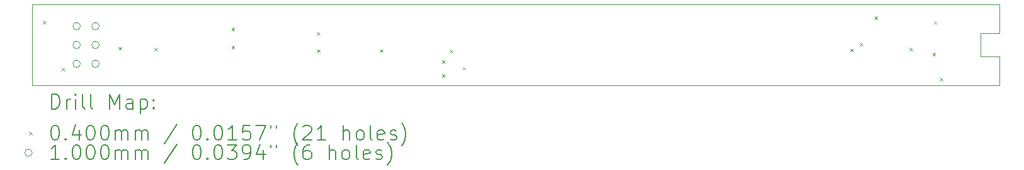
<source format=gbr>
%TF.GenerationSoftware,KiCad,Pcbnew,7.0.10*%
%TF.CreationDate,2024-02-20T19:33:02+01:00*%
%TF.ProjectId,IM72D128-Tube-PCB,494d3732-4431-4323-982d-547562652d50,rev?*%
%TF.SameCoordinates,Original*%
%TF.FileFunction,Drillmap*%
%TF.FilePolarity,Positive*%
%FSLAX45Y45*%
G04 Gerber Fmt 4.5, Leading zero omitted, Abs format (unit mm)*
G04 Created by KiCad (PCBNEW 7.0.10) date 2024-02-20 19:33:02*
%MOMM*%
%LPD*%
G01*
G04 APERTURE LIST*
%ADD10C,0.050000*%
%ADD11C,0.200000*%
%ADD12C,0.100000*%
G04 APERTURE END LIST*
D10*
X10000000Y-8900000D02*
X23000000Y-8900000D01*
X23000000Y-8900000D02*
X23000000Y-9295000D01*
X23000000Y-9605000D02*
X23000000Y-10000000D01*
X22750000Y-9605000D02*
X22750000Y-9295000D01*
X22750000Y-9295000D02*
X23000000Y-9295000D01*
X10000000Y-8900000D02*
X10000000Y-10000000D01*
X10000000Y-10000000D02*
X23000000Y-10000000D01*
X22750000Y-9605000D02*
X23000000Y-9605000D01*
D11*
D12*
X10140000Y-9124000D02*
X10180000Y-9164000D01*
X10180000Y-9124000D02*
X10140000Y-9164000D01*
X10394000Y-9759000D02*
X10434000Y-9799000D01*
X10434000Y-9759000D02*
X10394000Y-9799000D01*
X11156000Y-9475282D02*
X11196000Y-9515282D01*
X11196000Y-9475282D02*
X11156000Y-9515282D01*
X11640886Y-9490268D02*
X11680886Y-9530268D01*
X11680886Y-9490268D02*
X11640886Y-9530268D01*
X12677968Y-9215128D02*
X12717968Y-9255128D01*
X12717968Y-9215128D02*
X12677968Y-9255128D01*
X12677968Y-9465128D02*
X12717968Y-9505128D01*
X12717968Y-9465128D02*
X12677968Y-9505128D01*
X13827318Y-9279194D02*
X13867318Y-9319194D01*
X13867318Y-9279194D02*
X13827318Y-9319194D01*
X13827318Y-9509576D02*
X13867318Y-9549576D01*
X13867318Y-9509576D02*
X13827318Y-9549576D01*
X14669324Y-9509576D02*
X14709324Y-9549576D01*
X14709324Y-9509576D02*
X14669324Y-9549576D01*
X15506004Y-9847204D02*
X15546004Y-9887204D01*
X15546004Y-9847204D02*
X15506004Y-9887204D01*
X15506258Y-9659178D02*
X15546258Y-9699178D01*
X15546258Y-9659178D02*
X15506258Y-9699178D01*
X15611795Y-9513255D02*
X15651795Y-9553255D01*
X15651795Y-9513255D02*
X15611795Y-9553255D01*
X15785658Y-9748078D02*
X15825658Y-9788078D01*
X15825658Y-9748078D02*
X15785658Y-9788078D01*
X20995706Y-9500682D02*
X21035706Y-9540682D01*
X21035706Y-9500682D02*
X20995706Y-9540682D01*
X21124992Y-9418386D02*
X21164992Y-9458386D01*
X21164992Y-9418386D02*
X21124992Y-9458386D01*
X21321280Y-9065000D02*
X21361280Y-9105000D01*
X21361280Y-9065000D02*
X21321280Y-9105000D01*
X21789050Y-9487730D02*
X21829050Y-9527730D01*
X21829050Y-9487730D02*
X21789050Y-9527730D01*
X22100000Y-9554000D02*
X22140000Y-9594000D01*
X22140000Y-9554000D02*
X22100000Y-9594000D01*
X22100000Y-9554000D02*
X22140000Y-9594000D01*
X22140000Y-9554000D02*
X22100000Y-9594000D01*
X22118000Y-9130000D02*
X22158000Y-9170000D01*
X22158000Y-9130000D02*
X22118000Y-9170000D01*
X22199892Y-9892830D02*
X22239892Y-9932830D01*
X22239892Y-9892830D02*
X22199892Y-9932830D01*
X10644400Y-9197714D02*
G75*
G03*
X10544400Y-9197714I-50000J0D01*
G01*
X10544400Y-9197714D02*
G75*
G03*
X10644400Y-9197714I50000J0D01*
G01*
X10644400Y-9451714D02*
G75*
G03*
X10544400Y-9451714I-50000J0D01*
G01*
X10544400Y-9451714D02*
G75*
G03*
X10644400Y-9451714I50000J0D01*
G01*
X10644400Y-9705714D02*
G75*
G03*
X10544400Y-9705714I-50000J0D01*
G01*
X10544400Y-9705714D02*
G75*
G03*
X10644400Y-9705714I50000J0D01*
G01*
X10898400Y-9197714D02*
G75*
G03*
X10798400Y-9197714I-50000J0D01*
G01*
X10798400Y-9197714D02*
G75*
G03*
X10898400Y-9197714I50000J0D01*
G01*
X10898400Y-9451714D02*
G75*
G03*
X10798400Y-9451714I-50000J0D01*
G01*
X10798400Y-9451714D02*
G75*
G03*
X10898400Y-9451714I50000J0D01*
G01*
X10898400Y-9705714D02*
G75*
G03*
X10798400Y-9705714I-50000J0D01*
G01*
X10798400Y-9705714D02*
G75*
G03*
X10898400Y-9705714I50000J0D01*
G01*
D11*
X10258277Y-10313984D02*
X10258277Y-10113984D01*
X10258277Y-10113984D02*
X10305896Y-10113984D01*
X10305896Y-10113984D02*
X10334467Y-10123508D01*
X10334467Y-10123508D02*
X10353515Y-10142555D01*
X10353515Y-10142555D02*
X10363039Y-10161603D01*
X10363039Y-10161603D02*
X10372563Y-10199698D01*
X10372563Y-10199698D02*
X10372563Y-10228270D01*
X10372563Y-10228270D02*
X10363039Y-10266365D01*
X10363039Y-10266365D02*
X10353515Y-10285412D01*
X10353515Y-10285412D02*
X10334467Y-10304460D01*
X10334467Y-10304460D02*
X10305896Y-10313984D01*
X10305896Y-10313984D02*
X10258277Y-10313984D01*
X10458277Y-10313984D02*
X10458277Y-10180650D01*
X10458277Y-10218746D02*
X10467801Y-10199698D01*
X10467801Y-10199698D02*
X10477324Y-10190174D01*
X10477324Y-10190174D02*
X10496372Y-10180650D01*
X10496372Y-10180650D02*
X10515420Y-10180650D01*
X10582086Y-10313984D02*
X10582086Y-10180650D01*
X10582086Y-10113984D02*
X10572563Y-10123508D01*
X10572563Y-10123508D02*
X10582086Y-10133031D01*
X10582086Y-10133031D02*
X10591610Y-10123508D01*
X10591610Y-10123508D02*
X10582086Y-10113984D01*
X10582086Y-10113984D02*
X10582086Y-10133031D01*
X10705896Y-10313984D02*
X10686848Y-10304460D01*
X10686848Y-10304460D02*
X10677324Y-10285412D01*
X10677324Y-10285412D02*
X10677324Y-10113984D01*
X10810658Y-10313984D02*
X10791610Y-10304460D01*
X10791610Y-10304460D02*
X10782086Y-10285412D01*
X10782086Y-10285412D02*
X10782086Y-10113984D01*
X11039229Y-10313984D02*
X11039229Y-10113984D01*
X11039229Y-10113984D02*
X11105896Y-10256841D01*
X11105896Y-10256841D02*
X11172563Y-10113984D01*
X11172563Y-10113984D02*
X11172563Y-10313984D01*
X11353515Y-10313984D02*
X11353515Y-10209222D01*
X11353515Y-10209222D02*
X11343991Y-10190174D01*
X11343991Y-10190174D02*
X11324943Y-10180650D01*
X11324943Y-10180650D02*
X11286848Y-10180650D01*
X11286848Y-10180650D02*
X11267801Y-10190174D01*
X11353515Y-10304460D02*
X11334467Y-10313984D01*
X11334467Y-10313984D02*
X11286848Y-10313984D01*
X11286848Y-10313984D02*
X11267801Y-10304460D01*
X11267801Y-10304460D02*
X11258277Y-10285412D01*
X11258277Y-10285412D02*
X11258277Y-10266365D01*
X11258277Y-10266365D02*
X11267801Y-10247317D01*
X11267801Y-10247317D02*
X11286848Y-10237793D01*
X11286848Y-10237793D02*
X11334467Y-10237793D01*
X11334467Y-10237793D02*
X11353515Y-10228270D01*
X11448753Y-10180650D02*
X11448753Y-10380650D01*
X11448753Y-10190174D02*
X11467801Y-10180650D01*
X11467801Y-10180650D02*
X11505896Y-10180650D01*
X11505896Y-10180650D02*
X11524943Y-10190174D01*
X11524943Y-10190174D02*
X11534467Y-10199698D01*
X11534467Y-10199698D02*
X11543991Y-10218746D01*
X11543991Y-10218746D02*
X11543991Y-10275889D01*
X11543991Y-10275889D02*
X11534467Y-10294936D01*
X11534467Y-10294936D02*
X11524943Y-10304460D01*
X11524943Y-10304460D02*
X11505896Y-10313984D01*
X11505896Y-10313984D02*
X11467801Y-10313984D01*
X11467801Y-10313984D02*
X11448753Y-10304460D01*
X11629705Y-10294936D02*
X11639229Y-10304460D01*
X11639229Y-10304460D02*
X11629705Y-10313984D01*
X11629705Y-10313984D02*
X11620182Y-10304460D01*
X11620182Y-10304460D02*
X11629705Y-10294936D01*
X11629705Y-10294936D02*
X11629705Y-10313984D01*
X11629705Y-10190174D02*
X11639229Y-10199698D01*
X11639229Y-10199698D02*
X11629705Y-10209222D01*
X11629705Y-10209222D02*
X11620182Y-10199698D01*
X11620182Y-10199698D02*
X11629705Y-10190174D01*
X11629705Y-10190174D02*
X11629705Y-10209222D01*
D12*
X9957500Y-10622500D02*
X9997500Y-10662500D01*
X9997500Y-10622500D02*
X9957500Y-10662500D01*
D11*
X10296372Y-10533984D02*
X10315420Y-10533984D01*
X10315420Y-10533984D02*
X10334467Y-10543508D01*
X10334467Y-10543508D02*
X10343991Y-10553031D01*
X10343991Y-10553031D02*
X10353515Y-10572079D01*
X10353515Y-10572079D02*
X10363039Y-10610174D01*
X10363039Y-10610174D02*
X10363039Y-10657793D01*
X10363039Y-10657793D02*
X10353515Y-10695889D01*
X10353515Y-10695889D02*
X10343991Y-10714936D01*
X10343991Y-10714936D02*
X10334467Y-10724460D01*
X10334467Y-10724460D02*
X10315420Y-10733984D01*
X10315420Y-10733984D02*
X10296372Y-10733984D01*
X10296372Y-10733984D02*
X10277324Y-10724460D01*
X10277324Y-10724460D02*
X10267801Y-10714936D01*
X10267801Y-10714936D02*
X10258277Y-10695889D01*
X10258277Y-10695889D02*
X10248753Y-10657793D01*
X10248753Y-10657793D02*
X10248753Y-10610174D01*
X10248753Y-10610174D02*
X10258277Y-10572079D01*
X10258277Y-10572079D02*
X10267801Y-10553031D01*
X10267801Y-10553031D02*
X10277324Y-10543508D01*
X10277324Y-10543508D02*
X10296372Y-10533984D01*
X10448753Y-10714936D02*
X10458277Y-10724460D01*
X10458277Y-10724460D02*
X10448753Y-10733984D01*
X10448753Y-10733984D02*
X10439229Y-10724460D01*
X10439229Y-10724460D02*
X10448753Y-10714936D01*
X10448753Y-10714936D02*
X10448753Y-10733984D01*
X10629705Y-10600650D02*
X10629705Y-10733984D01*
X10582086Y-10524460D02*
X10534467Y-10667317D01*
X10534467Y-10667317D02*
X10658277Y-10667317D01*
X10772563Y-10533984D02*
X10791610Y-10533984D01*
X10791610Y-10533984D02*
X10810658Y-10543508D01*
X10810658Y-10543508D02*
X10820182Y-10553031D01*
X10820182Y-10553031D02*
X10829705Y-10572079D01*
X10829705Y-10572079D02*
X10839229Y-10610174D01*
X10839229Y-10610174D02*
X10839229Y-10657793D01*
X10839229Y-10657793D02*
X10829705Y-10695889D01*
X10829705Y-10695889D02*
X10820182Y-10714936D01*
X10820182Y-10714936D02*
X10810658Y-10724460D01*
X10810658Y-10724460D02*
X10791610Y-10733984D01*
X10791610Y-10733984D02*
X10772563Y-10733984D01*
X10772563Y-10733984D02*
X10753515Y-10724460D01*
X10753515Y-10724460D02*
X10743991Y-10714936D01*
X10743991Y-10714936D02*
X10734467Y-10695889D01*
X10734467Y-10695889D02*
X10724944Y-10657793D01*
X10724944Y-10657793D02*
X10724944Y-10610174D01*
X10724944Y-10610174D02*
X10734467Y-10572079D01*
X10734467Y-10572079D02*
X10743991Y-10553031D01*
X10743991Y-10553031D02*
X10753515Y-10543508D01*
X10753515Y-10543508D02*
X10772563Y-10533984D01*
X10963039Y-10533984D02*
X10982086Y-10533984D01*
X10982086Y-10533984D02*
X11001134Y-10543508D01*
X11001134Y-10543508D02*
X11010658Y-10553031D01*
X11010658Y-10553031D02*
X11020182Y-10572079D01*
X11020182Y-10572079D02*
X11029705Y-10610174D01*
X11029705Y-10610174D02*
X11029705Y-10657793D01*
X11029705Y-10657793D02*
X11020182Y-10695889D01*
X11020182Y-10695889D02*
X11010658Y-10714936D01*
X11010658Y-10714936D02*
X11001134Y-10724460D01*
X11001134Y-10724460D02*
X10982086Y-10733984D01*
X10982086Y-10733984D02*
X10963039Y-10733984D01*
X10963039Y-10733984D02*
X10943991Y-10724460D01*
X10943991Y-10724460D02*
X10934467Y-10714936D01*
X10934467Y-10714936D02*
X10924944Y-10695889D01*
X10924944Y-10695889D02*
X10915420Y-10657793D01*
X10915420Y-10657793D02*
X10915420Y-10610174D01*
X10915420Y-10610174D02*
X10924944Y-10572079D01*
X10924944Y-10572079D02*
X10934467Y-10553031D01*
X10934467Y-10553031D02*
X10943991Y-10543508D01*
X10943991Y-10543508D02*
X10963039Y-10533984D01*
X11115420Y-10733984D02*
X11115420Y-10600650D01*
X11115420Y-10619698D02*
X11124944Y-10610174D01*
X11124944Y-10610174D02*
X11143991Y-10600650D01*
X11143991Y-10600650D02*
X11172563Y-10600650D01*
X11172563Y-10600650D02*
X11191610Y-10610174D01*
X11191610Y-10610174D02*
X11201134Y-10629222D01*
X11201134Y-10629222D02*
X11201134Y-10733984D01*
X11201134Y-10629222D02*
X11210658Y-10610174D01*
X11210658Y-10610174D02*
X11229705Y-10600650D01*
X11229705Y-10600650D02*
X11258277Y-10600650D01*
X11258277Y-10600650D02*
X11277324Y-10610174D01*
X11277324Y-10610174D02*
X11286848Y-10629222D01*
X11286848Y-10629222D02*
X11286848Y-10733984D01*
X11382086Y-10733984D02*
X11382086Y-10600650D01*
X11382086Y-10619698D02*
X11391610Y-10610174D01*
X11391610Y-10610174D02*
X11410658Y-10600650D01*
X11410658Y-10600650D02*
X11439229Y-10600650D01*
X11439229Y-10600650D02*
X11458277Y-10610174D01*
X11458277Y-10610174D02*
X11467801Y-10629222D01*
X11467801Y-10629222D02*
X11467801Y-10733984D01*
X11467801Y-10629222D02*
X11477324Y-10610174D01*
X11477324Y-10610174D02*
X11496372Y-10600650D01*
X11496372Y-10600650D02*
X11524943Y-10600650D01*
X11524943Y-10600650D02*
X11543991Y-10610174D01*
X11543991Y-10610174D02*
X11553515Y-10629222D01*
X11553515Y-10629222D02*
X11553515Y-10733984D01*
X11943991Y-10524460D02*
X11772563Y-10781603D01*
X12201134Y-10533984D02*
X12220182Y-10533984D01*
X12220182Y-10533984D02*
X12239229Y-10543508D01*
X12239229Y-10543508D02*
X12248753Y-10553031D01*
X12248753Y-10553031D02*
X12258277Y-10572079D01*
X12258277Y-10572079D02*
X12267801Y-10610174D01*
X12267801Y-10610174D02*
X12267801Y-10657793D01*
X12267801Y-10657793D02*
X12258277Y-10695889D01*
X12258277Y-10695889D02*
X12248753Y-10714936D01*
X12248753Y-10714936D02*
X12239229Y-10724460D01*
X12239229Y-10724460D02*
X12220182Y-10733984D01*
X12220182Y-10733984D02*
X12201134Y-10733984D01*
X12201134Y-10733984D02*
X12182086Y-10724460D01*
X12182086Y-10724460D02*
X12172563Y-10714936D01*
X12172563Y-10714936D02*
X12163039Y-10695889D01*
X12163039Y-10695889D02*
X12153515Y-10657793D01*
X12153515Y-10657793D02*
X12153515Y-10610174D01*
X12153515Y-10610174D02*
X12163039Y-10572079D01*
X12163039Y-10572079D02*
X12172563Y-10553031D01*
X12172563Y-10553031D02*
X12182086Y-10543508D01*
X12182086Y-10543508D02*
X12201134Y-10533984D01*
X12353515Y-10714936D02*
X12363039Y-10724460D01*
X12363039Y-10724460D02*
X12353515Y-10733984D01*
X12353515Y-10733984D02*
X12343991Y-10724460D01*
X12343991Y-10724460D02*
X12353515Y-10714936D01*
X12353515Y-10714936D02*
X12353515Y-10733984D01*
X12486848Y-10533984D02*
X12505896Y-10533984D01*
X12505896Y-10533984D02*
X12524944Y-10543508D01*
X12524944Y-10543508D02*
X12534467Y-10553031D01*
X12534467Y-10553031D02*
X12543991Y-10572079D01*
X12543991Y-10572079D02*
X12553515Y-10610174D01*
X12553515Y-10610174D02*
X12553515Y-10657793D01*
X12553515Y-10657793D02*
X12543991Y-10695889D01*
X12543991Y-10695889D02*
X12534467Y-10714936D01*
X12534467Y-10714936D02*
X12524944Y-10724460D01*
X12524944Y-10724460D02*
X12505896Y-10733984D01*
X12505896Y-10733984D02*
X12486848Y-10733984D01*
X12486848Y-10733984D02*
X12467801Y-10724460D01*
X12467801Y-10724460D02*
X12458277Y-10714936D01*
X12458277Y-10714936D02*
X12448753Y-10695889D01*
X12448753Y-10695889D02*
X12439229Y-10657793D01*
X12439229Y-10657793D02*
X12439229Y-10610174D01*
X12439229Y-10610174D02*
X12448753Y-10572079D01*
X12448753Y-10572079D02*
X12458277Y-10553031D01*
X12458277Y-10553031D02*
X12467801Y-10543508D01*
X12467801Y-10543508D02*
X12486848Y-10533984D01*
X12743991Y-10733984D02*
X12629706Y-10733984D01*
X12686848Y-10733984D02*
X12686848Y-10533984D01*
X12686848Y-10533984D02*
X12667801Y-10562555D01*
X12667801Y-10562555D02*
X12648753Y-10581603D01*
X12648753Y-10581603D02*
X12629706Y-10591127D01*
X12924944Y-10533984D02*
X12829706Y-10533984D01*
X12829706Y-10533984D02*
X12820182Y-10629222D01*
X12820182Y-10629222D02*
X12829706Y-10619698D01*
X12829706Y-10619698D02*
X12848753Y-10610174D01*
X12848753Y-10610174D02*
X12896372Y-10610174D01*
X12896372Y-10610174D02*
X12915420Y-10619698D01*
X12915420Y-10619698D02*
X12924944Y-10629222D01*
X12924944Y-10629222D02*
X12934467Y-10648270D01*
X12934467Y-10648270D02*
X12934467Y-10695889D01*
X12934467Y-10695889D02*
X12924944Y-10714936D01*
X12924944Y-10714936D02*
X12915420Y-10724460D01*
X12915420Y-10724460D02*
X12896372Y-10733984D01*
X12896372Y-10733984D02*
X12848753Y-10733984D01*
X12848753Y-10733984D02*
X12829706Y-10724460D01*
X12829706Y-10724460D02*
X12820182Y-10714936D01*
X13001134Y-10533984D02*
X13134467Y-10533984D01*
X13134467Y-10533984D02*
X13048753Y-10733984D01*
X13201134Y-10533984D02*
X13201134Y-10572079D01*
X13277325Y-10533984D02*
X13277325Y-10572079D01*
X13572563Y-10810174D02*
X13563039Y-10800650D01*
X13563039Y-10800650D02*
X13543991Y-10772079D01*
X13543991Y-10772079D02*
X13534468Y-10753031D01*
X13534468Y-10753031D02*
X13524944Y-10724460D01*
X13524944Y-10724460D02*
X13515420Y-10676841D01*
X13515420Y-10676841D02*
X13515420Y-10638746D01*
X13515420Y-10638746D02*
X13524944Y-10591127D01*
X13524944Y-10591127D02*
X13534468Y-10562555D01*
X13534468Y-10562555D02*
X13543991Y-10543508D01*
X13543991Y-10543508D02*
X13563039Y-10514936D01*
X13563039Y-10514936D02*
X13572563Y-10505412D01*
X13639229Y-10553031D02*
X13648753Y-10543508D01*
X13648753Y-10543508D02*
X13667801Y-10533984D01*
X13667801Y-10533984D02*
X13715420Y-10533984D01*
X13715420Y-10533984D02*
X13734468Y-10543508D01*
X13734468Y-10543508D02*
X13743991Y-10553031D01*
X13743991Y-10553031D02*
X13753515Y-10572079D01*
X13753515Y-10572079D02*
X13753515Y-10591127D01*
X13753515Y-10591127D02*
X13743991Y-10619698D01*
X13743991Y-10619698D02*
X13629706Y-10733984D01*
X13629706Y-10733984D02*
X13753515Y-10733984D01*
X13943991Y-10733984D02*
X13829706Y-10733984D01*
X13886848Y-10733984D02*
X13886848Y-10533984D01*
X13886848Y-10533984D02*
X13867801Y-10562555D01*
X13867801Y-10562555D02*
X13848753Y-10581603D01*
X13848753Y-10581603D02*
X13829706Y-10591127D01*
X14182087Y-10733984D02*
X14182087Y-10533984D01*
X14267801Y-10733984D02*
X14267801Y-10629222D01*
X14267801Y-10629222D02*
X14258277Y-10610174D01*
X14258277Y-10610174D02*
X14239230Y-10600650D01*
X14239230Y-10600650D02*
X14210658Y-10600650D01*
X14210658Y-10600650D02*
X14191610Y-10610174D01*
X14191610Y-10610174D02*
X14182087Y-10619698D01*
X14391610Y-10733984D02*
X14372563Y-10724460D01*
X14372563Y-10724460D02*
X14363039Y-10714936D01*
X14363039Y-10714936D02*
X14353515Y-10695889D01*
X14353515Y-10695889D02*
X14353515Y-10638746D01*
X14353515Y-10638746D02*
X14363039Y-10619698D01*
X14363039Y-10619698D02*
X14372563Y-10610174D01*
X14372563Y-10610174D02*
X14391610Y-10600650D01*
X14391610Y-10600650D02*
X14420182Y-10600650D01*
X14420182Y-10600650D02*
X14439230Y-10610174D01*
X14439230Y-10610174D02*
X14448753Y-10619698D01*
X14448753Y-10619698D02*
X14458277Y-10638746D01*
X14458277Y-10638746D02*
X14458277Y-10695889D01*
X14458277Y-10695889D02*
X14448753Y-10714936D01*
X14448753Y-10714936D02*
X14439230Y-10724460D01*
X14439230Y-10724460D02*
X14420182Y-10733984D01*
X14420182Y-10733984D02*
X14391610Y-10733984D01*
X14572563Y-10733984D02*
X14553515Y-10724460D01*
X14553515Y-10724460D02*
X14543991Y-10705412D01*
X14543991Y-10705412D02*
X14543991Y-10533984D01*
X14724944Y-10724460D02*
X14705896Y-10733984D01*
X14705896Y-10733984D02*
X14667801Y-10733984D01*
X14667801Y-10733984D02*
X14648753Y-10724460D01*
X14648753Y-10724460D02*
X14639230Y-10705412D01*
X14639230Y-10705412D02*
X14639230Y-10629222D01*
X14639230Y-10629222D02*
X14648753Y-10610174D01*
X14648753Y-10610174D02*
X14667801Y-10600650D01*
X14667801Y-10600650D02*
X14705896Y-10600650D01*
X14705896Y-10600650D02*
X14724944Y-10610174D01*
X14724944Y-10610174D02*
X14734468Y-10629222D01*
X14734468Y-10629222D02*
X14734468Y-10648270D01*
X14734468Y-10648270D02*
X14639230Y-10667317D01*
X14810658Y-10724460D02*
X14829706Y-10733984D01*
X14829706Y-10733984D02*
X14867801Y-10733984D01*
X14867801Y-10733984D02*
X14886849Y-10724460D01*
X14886849Y-10724460D02*
X14896372Y-10705412D01*
X14896372Y-10705412D02*
X14896372Y-10695889D01*
X14896372Y-10695889D02*
X14886849Y-10676841D01*
X14886849Y-10676841D02*
X14867801Y-10667317D01*
X14867801Y-10667317D02*
X14839230Y-10667317D01*
X14839230Y-10667317D02*
X14820182Y-10657793D01*
X14820182Y-10657793D02*
X14810658Y-10638746D01*
X14810658Y-10638746D02*
X14810658Y-10629222D01*
X14810658Y-10629222D02*
X14820182Y-10610174D01*
X14820182Y-10610174D02*
X14839230Y-10600650D01*
X14839230Y-10600650D02*
X14867801Y-10600650D01*
X14867801Y-10600650D02*
X14886849Y-10610174D01*
X14963039Y-10810174D02*
X14972563Y-10800650D01*
X14972563Y-10800650D02*
X14991611Y-10772079D01*
X14991611Y-10772079D02*
X15001134Y-10753031D01*
X15001134Y-10753031D02*
X15010658Y-10724460D01*
X15010658Y-10724460D02*
X15020182Y-10676841D01*
X15020182Y-10676841D02*
X15020182Y-10638746D01*
X15020182Y-10638746D02*
X15010658Y-10591127D01*
X15010658Y-10591127D02*
X15001134Y-10562555D01*
X15001134Y-10562555D02*
X14991611Y-10543508D01*
X14991611Y-10543508D02*
X14972563Y-10514936D01*
X14972563Y-10514936D02*
X14963039Y-10505412D01*
D12*
X9997500Y-10906500D02*
G75*
G03*
X9897500Y-10906500I-50000J0D01*
G01*
X9897500Y-10906500D02*
G75*
G03*
X9997500Y-10906500I50000J0D01*
G01*
D11*
X10363039Y-10997984D02*
X10248753Y-10997984D01*
X10305896Y-10997984D02*
X10305896Y-10797984D01*
X10305896Y-10797984D02*
X10286848Y-10826555D01*
X10286848Y-10826555D02*
X10267801Y-10845603D01*
X10267801Y-10845603D02*
X10248753Y-10855127D01*
X10448753Y-10978936D02*
X10458277Y-10988460D01*
X10458277Y-10988460D02*
X10448753Y-10997984D01*
X10448753Y-10997984D02*
X10439229Y-10988460D01*
X10439229Y-10988460D02*
X10448753Y-10978936D01*
X10448753Y-10978936D02*
X10448753Y-10997984D01*
X10582086Y-10797984D02*
X10601134Y-10797984D01*
X10601134Y-10797984D02*
X10620182Y-10807508D01*
X10620182Y-10807508D02*
X10629705Y-10817031D01*
X10629705Y-10817031D02*
X10639229Y-10836079D01*
X10639229Y-10836079D02*
X10648753Y-10874174D01*
X10648753Y-10874174D02*
X10648753Y-10921793D01*
X10648753Y-10921793D02*
X10639229Y-10959889D01*
X10639229Y-10959889D02*
X10629705Y-10978936D01*
X10629705Y-10978936D02*
X10620182Y-10988460D01*
X10620182Y-10988460D02*
X10601134Y-10997984D01*
X10601134Y-10997984D02*
X10582086Y-10997984D01*
X10582086Y-10997984D02*
X10563039Y-10988460D01*
X10563039Y-10988460D02*
X10553515Y-10978936D01*
X10553515Y-10978936D02*
X10543991Y-10959889D01*
X10543991Y-10959889D02*
X10534467Y-10921793D01*
X10534467Y-10921793D02*
X10534467Y-10874174D01*
X10534467Y-10874174D02*
X10543991Y-10836079D01*
X10543991Y-10836079D02*
X10553515Y-10817031D01*
X10553515Y-10817031D02*
X10563039Y-10807508D01*
X10563039Y-10807508D02*
X10582086Y-10797984D01*
X10772563Y-10797984D02*
X10791610Y-10797984D01*
X10791610Y-10797984D02*
X10810658Y-10807508D01*
X10810658Y-10807508D02*
X10820182Y-10817031D01*
X10820182Y-10817031D02*
X10829705Y-10836079D01*
X10829705Y-10836079D02*
X10839229Y-10874174D01*
X10839229Y-10874174D02*
X10839229Y-10921793D01*
X10839229Y-10921793D02*
X10829705Y-10959889D01*
X10829705Y-10959889D02*
X10820182Y-10978936D01*
X10820182Y-10978936D02*
X10810658Y-10988460D01*
X10810658Y-10988460D02*
X10791610Y-10997984D01*
X10791610Y-10997984D02*
X10772563Y-10997984D01*
X10772563Y-10997984D02*
X10753515Y-10988460D01*
X10753515Y-10988460D02*
X10743991Y-10978936D01*
X10743991Y-10978936D02*
X10734467Y-10959889D01*
X10734467Y-10959889D02*
X10724944Y-10921793D01*
X10724944Y-10921793D02*
X10724944Y-10874174D01*
X10724944Y-10874174D02*
X10734467Y-10836079D01*
X10734467Y-10836079D02*
X10743991Y-10817031D01*
X10743991Y-10817031D02*
X10753515Y-10807508D01*
X10753515Y-10807508D02*
X10772563Y-10797984D01*
X10963039Y-10797984D02*
X10982086Y-10797984D01*
X10982086Y-10797984D02*
X11001134Y-10807508D01*
X11001134Y-10807508D02*
X11010658Y-10817031D01*
X11010658Y-10817031D02*
X11020182Y-10836079D01*
X11020182Y-10836079D02*
X11029705Y-10874174D01*
X11029705Y-10874174D02*
X11029705Y-10921793D01*
X11029705Y-10921793D02*
X11020182Y-10959889D01*
X11020182Y-10959889D02*
X11010658Y-10978936D01*
X11010658Y-10978936D02*
X11001134Y-10988460D01*
X11001134Y-10988460D02*
X10982086Y-10997984D01*
X10982086Y-10997984D02*
X10963039Y-10997984D01*
X10963039Y-10997984D02*
X10943991Y-10988460D01*
X10943991Y-10988460D02*
X10934467Y-10978936D01*
X10934467Y-10978936D02*
X10924944Y-10959889D01*
X10924944Y-10959889D02*
X10915420Y-10921793D01*
X10915420Y-10921793D02*
X10915420Y-10874174D01*
X10915420Y-10874174D02*
X10924944Y-10836079D01*
X10924944Y-10836079D02*
X10934467Y-10817031D01*
X10934467Y-10817031D02*
X10943991Y-10807508D01*
X10943991Y-10807508D02*
X10963039Y-10797984D01*
X11115420Y-10997984D02*
X11115420Y-10864650D01*
X11115420Y-10883698D02*
X11124944Y-10874174D01*
X11124944Y-10874174D02*
X11143991Y-10864650D01*
X11143991Y-10864650D02*
X11172563Y-10864650D01*
X11172563Y-10864650D02*
X11191610Y-10874174D01*
X11191610Y-10874174D02*
X11201134Y-10893222D01*
X11201134Y-10893222D02*
X11201134Y-10997984D01*
X11201134Y-10893222D02*
X11210658Y-10874174D01*
X11210658Y-10874174D02*
X11229705Y-10864650D01*
X11229705Y-10864650D02*
X11258277Y-10864650D01*
X11258277Y-10864650D02*
X11277324Y-10874174D01*
X11277324Y-10874174D02*
X11286848Y-10893222D01*
X11286848Y-10893222D02*
X11286848Y-10997984D01*
X11382086Y-10997984D02*
X11382086Y-10864650D01*
X11382086Y-10883698D02*
X11391610Y-10874174D01*
X11391610Y-10874174D02*
X11410658Y-10864650D01*
X11410658Y-10864650D02*
X11439229Y-10864650D01*
X11439229Y-10864650D02*
X11458277Y-10874174D01*
X11458277Y-10874174D02*
X11467801Y-10893222D01*
X11467801Y-10893222D02*
X11467801Y-10997984D01*
X11467801Y-10893222D02*
X11477324Y-10874174D01*
X11477324Y-10874174D02*
X11496372Y-10864650D01*
X11496372Y-10864650D02*
X11524943Y-10864650D01*
X11524943Y-10864650D02*
X11543991Y-10874174D01*
X11543991Y-10874174D02*
X11553515Y-10893222D01*
X11553515Y-10893222D02*
X11553515Y-10997984D01*
X11943991Y-10788460D02*
X11772563Y-11045603D01*
X12201134Y-10797984D02*
X12220182Y-10797984D01*
X12220182Y-10797984D02*
X12239229Y-10807508D01*
X12239229Y-10807508D02*
X12248753Y-10817031D01*
X12248753Y-10817031D02*
X12258277Y-10836079D01*
X12258277Y-10836079D02*
X12267801Y-10874174D01*
X12267801Y-10874174D02*
X12267801Y-10921793D01*
X12267801Y-10921793D02*
X12258277Y-10959889D01*
X12258277Y-10959889D02*
X12248753Y-10978936D01*
X12248753Y-10978936D02*
X12239229Y-10988460D01*
X12239229Y-10988460D02*
X12220182Y-10997984D01*
X12220182Y-10997984D02*
X12201134Y-10997984D01*
X12201134Y-10997984D02*
X12182086Y-10988460D01*
X12182086Y-10988460D02*
X12172563Y-10978936D01*
X12172563Y-10978936D02*
X12163039Y-10959889D01*
X12163039Y-10959889D02*
X12153515Y-10921793D01*
X12153515Y-10921793D02*
X12153515Y-10874174D01*
X12153515Y-10874174D02*
X12163039Y-10836079D01*
X12163039Y-10836079D02*
X12172563Y-10817031D01*
X12172563Y-10817031D02*
X12182086Y-10807508D01*
X12182086Y-10807508D02*
X12201134Y-10797984D01*
X12353515Y-10978936D02*
X12363039Y-10988460D01*
X12363039Y-10988460D02*
X12353515Y-10997984D01*
X12353515Y-10997984D02*
X12343991Y-10988460D01*
X12343991Y-10988460D02*
X12353515Y-10978936D01*
X12353515Y-10978936D02*
X12353515Y-10997984D01*
X12486848Y-10797984D02*
X12505896Y-10797984D01*
X12505896Y-10797984D02*
X12524944Y-10807508D01*
X12524944Y-10807508D02*
X12534467Y-10817031D01*
X12534467Y-10817031D02*
X12543991Y-10836079D01*
X12543991Y-10836079D02*
X12553515Y-10874174D01*
X12553515Y-10874174D02*
X12553515Y-10921793D01*
X12553515Y-10921793D02*
X12543991Y-10959889D01*
X12543991Y-10959889D02*
X12534467Y-10978936D01*
X12534467Y-10978936D02*
X12524944Y-10988460D01*
X12524944Y-10988460D02*
X12505896Y-10997984D01*
X12505896Y-10997984D02*
X12486848Y-10997984D01*
X12486848Y-10997984D02*
X12467801Y-10988460D01*
X12467801Y-10988460D02*
X12458277Y-10978936D01*
X12458277Y-10978936D02*
X12448753Y-10959889D01*
X12448753Y-10959889D02*
X12439229Y-10921793D01*
X12439229Y-10921793D02*
X12439229Y-10874174D01*
X12439229Y-10874174D02*
X12448753Y-10836079D01*
X12448753Y-10836079D02*
X12458277Y-10817031D01*
X12458277Y-10817031D02*
X12467801Y-10807508D01*
X12467801Y-10807508D02*
X12486848Y-10797984D01*
X12620182Y-10797984D02*
X12743991Y-10797984D01*
X12743991Y-10797984D02*
X12677325Y-10874174D01*
X12677325Y-10874174D02*
X12705896Y-10874174D01*
X12705896Y-10874174D02*
X12724944Y-10883698D01*
X12724944Y-10883698D02*
X12734467Y-10893222D01*
X12734467Y-10893222D02*
X12743991Y-10912270D01*
X12743991Y-10912270D02*
X12743991Y-10959889D01*
X12743991Y-10959889D02*
X12734467Y-10978936D01*
X12734467Y-10978936D02*
X12724944Y-10988460D01*
X12724944Y-10988460D02*
X12705896Y-10997984D01*
X12705896Y-10997984D02*
X12648753Y-10997984D01*
X12648753Y-10997984D02*
X12629706Y-10988460D01*
X12629706Y-10988460D02*
X12620182Y-10978936D01*
X12839229Y-10997984D02*
X12877325Y-10997984D01*
X12877325Y-10997984D02*
X12896372Y-10988460D01*
X12896372Y-10988460D02*
X12905896Y-10978936D01*
X12905896Y-10978936D02*
X12924944Y-10950365D01*
X12924944Y-10950365D02*
X12934467Y-10912270D01*
X12934467Y-10912270D02*
X12934467Y-10836079D01*
X12934467Y-10836079D02*
X12924944Y-10817031D01*
X12924944Y-10817031D02*
X12915420Y-10807508D01*
X12915420Y-10807508D02*
X12896372Y-10797984D01*
X12896372Y-10797984D02*
X12858277Y-10797984D01*
X12858277Y-10797984D02*
X12839229Y-10807508D01*
X12839229Y-10807508D02*
X12829706Y-10817031D01*
X12829706Y-10817031D02*
X12820182Y-10836079D01*
X12820182Y-10836079D02*
X12820182Y-10883698D01*
X12820182Y-10883698D02*
X12829706Y-10902746D01*
X12829706Y-10902746D02*
X12839229Y-10912270D01*
X12839229Y-10912270D02*
X12858277Y-10921793D01*
X12858277Y-10921793D02*
X12896372Y-10921793D01*
X12896372Y-10921793D02*
X12915420Y-10912270D01*
X12915420Y-10912270D02*
X12924944Y-10902746D01*
X12924944Y-10902746D02*
X12934467Y-10883698D01*
X13105896Y-10864650D02*
X13105896Y-10997984D01*
X13058277Y-10788460D02*
X13010658Y-10931317D01*
X13010658Y-10931317D02*
X13134467Y-10931317D01*
X13201134Y-10797984D02*
X13201134Y-10836079D01*
X13277325Y-10797984D02*
X13277325Y-10836079D01*
X13572563Y-11074174D02*
X13563039Y-11064650D01*
X13563039Y-11064650D02*
X13543991Y-11036079D01*
X13543991Y-11036079D02*
X13534468Y-11017031D01*
X13534468Y-11017031D02*
X13524944Y-10988460D01*
X13524944Y-10988460D02*
X13515420Y-10940841D01*
X13515420Y-10940841D02*
X13515420Y-10902746D01*
X13515420Y-10902746D02*
X13524944Y-10855127D01*
X13524944Y-10855127D02*
X13534468Y-10826555D01*
X13534468Y-10826555D02*
X13543991Y-10807508D01*
X13543991Y-10807508D02*
X13563039Y-10778936D01*
X13563039Y-10778936D02*
X13572563Y-10769412D01*
X13734468Y-10797984D02*
X13696372Y-10797984D01*
X13696372Y-10797984D02*
X13677325Y-10807508D01*
X13677325Y-10807508D02*
X13667801Y-10817031D01*
X13667801Y-10817031D02*
X13648753Y-10845603D01*
X13648753Y-10845603D02*
X13639229Y-10883698D01*
X13639229Y-10883698D02*
X13639229Y-10959889D01*
X13639229Y-10959889D02*
X13648753Y-10978936D01*
X13648753Y-10978936D02*
X13658277Y-10988460D01*
X13658277Y-10988460D02*
X13677325Y-10997984D01*
X13677325Y-10997984D02*
X13715420Y-10997984D01*
X13715420Y-10997984D02*
X13734468Y-10988460D01*
X13734468Y-10988460D02*
X13743991Y-10978936D01*
X13743991Y-10978936D02*
X13753515Y-10959889D01*
X13753515Y-10959889D02*
X13753515Y-10912270D01*
X13753515Y-10912270D02*
X13743991Y-10893222D01*
X13743991Y-10893222D02*
X13734468Y-10883698D01*
X13734468Y-10883698D02*
X13715420Y-10874174D01*
X13715420Y-10874174D02*
X13677325Y-10874174D01*
X13677325Y-10874174D02*
X13658277Y-10883698D01*
X13658277Y-10883698D02*
X13648753Y-10893222D01*
X13648753Y-10893222D02*
X13639229Y-10912270D01*
X13991610Y-10997984D02*
X13991610Y-10797984D01*
X14077325Y-10997984D02*
X14077325Y-10893222D01*
X14077325Y-10893222D02*
X14067801Y-10874174D01*
X14067801Y-10874174D02*
X14048753Y-10864650D01*
X14048753Y-10864650D02*
X14020182Y-10864650D01*
X14020182Y-10864650D02*
X14001134Y-10874174D01*
X14001134Y-10874174D02*
X13991610Y-10883698D01*
X14201134Y-10997984D02*
X14182087Y-10988460D01*
X14182087Y-10988460D02*
X14172563Y-10978936D01*
X14172563Y-10978936D02*
X14163039Y-10959889D01*
X14163039Y-10959889D02*
X14163039Y-10902746D01*
X14163039Y-10902746D02*
X14172563Y-10883698D01*
X14172563Y-10883698D02*
X14182087Y-10874174D01*
X14182087Y-10874174D02*
X14201134Y-10864650D01*
X14201134Y-10864650D02*
X14229706Y-10864650D01*
X14229706Y-10864650D02*
X14248753Y-10874174D01*
X14248753Y-10874174D02*
X14258277Y-10883698D01*
X14258277Y-10883698D02*
X14267801Y-10902746D01*
X14267801Y-10902746D02*
X14267801Y-10959889D01*
X14267801Y-10959889D02*
X14258277Y-10978936D01*
X14258277Y-10978936D02*
X14248753Y-10988460D01*
X14248753Y-10988460D02*
X14229706Y-10997984D01*
X14229706Y-10997984D02*
X14201134Y-10997984D01*
X14382087Y-10997984D02*
X14363039Y-10988460D01*
X14363039Y-10988460D02*
X14353515Y-10969412D01*
X14353515Y-10969412D02*
X14353515Y-10797984D01*
X14534468Y-10988460D02*
X14515420Y-10997984D01*
X14515420Y-10997984D02*
X14477325Y-10997984D01*
X14477325Y-10997984D02*
X14458277Y-10988460D01*
X14458277Y-10988460D02*
X14448753Y-10969412D01*
X14448753Y-10969412D02*
X14448753Y-10893222D01*
X14448753Y-10893222D02*
X14458277Y-10874174D01*
X14458277Y-10874174D02*
X14477325Y-10864650D01*
X14477325Y-10864650D02*
X14515420Y-10864650D01*
X14515420Y-10864650D02*
X14534468Y-10874174D01*
X14534468Y-10874174D02*
X14543991Y-10893222D01*
X14543991Y-10893222D02*
X14543991Y-10912270D01*
X14543991Y-10912270D02*
X14448753Y-10931317D01*
X14620182Y-10988460D02*
X14639230Y-10997984D01*
X14639230Y-10997984D02*
X14677325Y-10997984D01*
X14677325Y-10997984D02*
X14696372Y-10988460D01*
X14696372Y-10988460D02*
X14705896Y-10969412D01*
X14705896Y-10969412D02*
X14705896Y-10959889D01*
X14705896Y-10959889D02*
X14696372Y-10940841D01*
X14696372Y-10940841D02*
X14677325Y-10931317D01*
X14677325Y-10931317D02*
X14648753Y-10931317D01*
X14648753Y-10931317D02*
X14629706Y-10921793D01*
X14629706Y-10921793D02*
X14620182Y-10902746D01*
X14620182Y-10902746D02*
X14620182Y-10893222D01*
X14620182Y-10893222D02*
X14629706Y-10874174D01*
X14629706Y-10874174D02*
X14648753Y-10864650D01*
X14648753Y-10864650D02*
X14677325Y-10864650D01*
X14677325Y-10864650D02*
X14696372Y-10874174D01*
X14772563Y-11074174D02*
X14782087Y-11064650D01*
X14782087Y-11064650D02*
X14801134Y-11036079D01*
X14801134Y-11036079D02*
X14810658Y-11017031D01*
X14810658Y-11017031D02*
X14820182Y-10988460D01*
X14820182Y-10988460D02*
X14829706Y-10940841D01*
X14829706Y-10940841D02*
X14829706Y-10902746D01*
X14829706Y-10902746D02*
X14820182Y-10855127D01*
X14820182Y-10855127D02*
X14810658Y-10826555D01*
X14810658Y-10826555D02*
X14801134Y-10807508D01*
X14801134Y-10807508D02*
X14782087Y-10778936D01*
X14782087Y-10778936D02*
X14772563Y-10769412D01*
M02*

</source>
